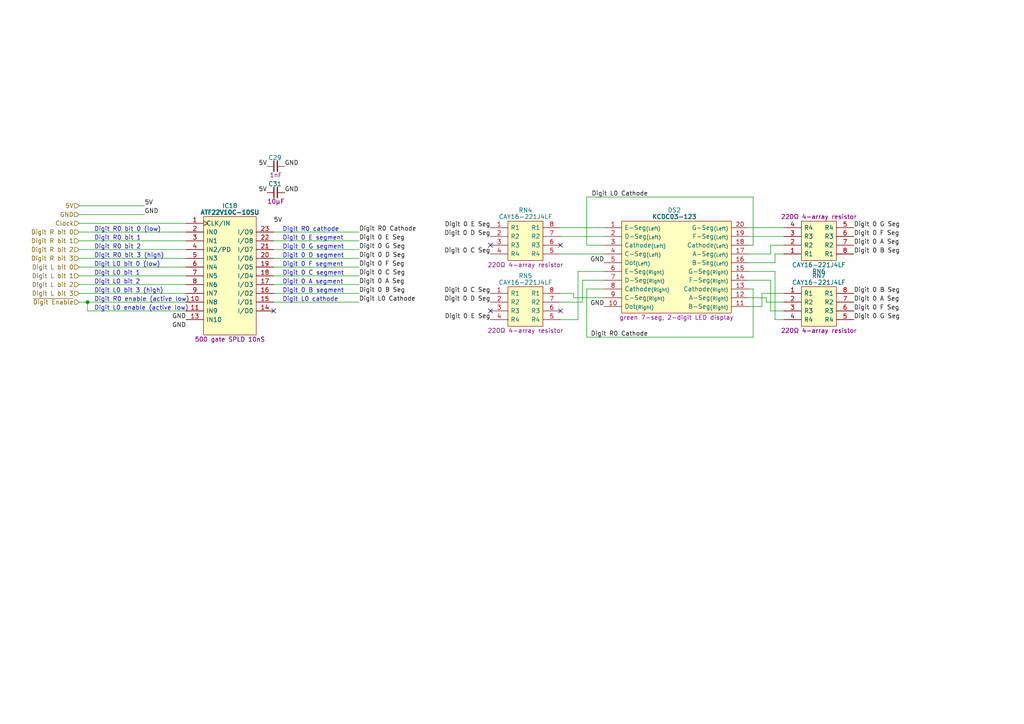
<source format=kicad_sch>
(kicad_sch (version 20230121) (generator eeschema)
  (paper "A4")
  (lib_symbols
    (symbol "Bourns:CAY16-221J4LF" (pin_names (offset 0.762))
      (property "Reference" "RN" (at 10.16 5.08 0))
      (property "Value" "CAY16-221J4LF" (at 10.16 3.175 0))
      (property "Description" "220Ω 4-array resistor" (at 10.16 -10.795 0))
      (symbol "CAY16-221J4LF_0_0"
        (pin passive line (at 0 0 0) (length 5.08) (name "R1") (number "1"))
        (pin passive line (at 0 -2.54 0) (length 5.08) (name "R2") (number "2"))
        (pin passive line (at 0 -5.08 0) (length 5.08) (name "R3") (number "3"))
        (pin passive line (at 0 -7.62 0) (length 5.08) (name "R4") (number "4"))
        (pin passive line (at 20.32 -7.62 180) (length 5.08) (name "R4") (number "5"))
        (pin passive line (at 20.32 -5.08 180) (length 5.08) (name "R3") (number "6"))
        (pin passive line (at 20.32 -2.54 180) (length 5.08) (name "R2") (number "7"))
        (pin passive line (at 20.32 0 180) (length 5.08) (name "R1") (number "8"))
      )
      (symbol "CAY16-221J4LF_0_1"
        (polyline (pts (xy 5.08 1.905) (xy 15.24 1.905) (xy 15.24 -9.525) (xy 5.08 -9.525) (xy 5.08 1.905)) (stroke (width 0.1524)) (fill (type background)))
      )
    )
    (symbol "HCP65:C_0805" (pin_numbers hide) (pin_names (offset 0.254) hide)
      (property "Reference" "C" (at 2.286 2.54 0))
      (property "Description" "?μF" (at 2.54 -2.54 0))
      (symbol "C_0805_0_1"
        (polyline (pts (xy 1.9685 -1.4605) (xy 1.9685 1.5875)) (stroke (width 0.3048)))
        (polyline (pts (xy 2.9845 -1.4605) (xy 2.9845 1.5875)) (stroke (width 0.3302)))
      )
      (symbol "C_0805_1_1"
        (pin passive line (at 0 0 0) (length 2.032) (name "~") (number "1"))
        (pin passive line (at 5.08 0 180) (length 2.032) (name "~") (number "2"))
      )
    )
    (symbol "Kingbright:KCDC03-123" (pin_names (offset 0.762))
      (property "Reference" "DS" (at 20.32 5.08 0))
      (property "Value" "KCDC03-123" (at 20.32 3.175 0))
      (property "Description" "green 7-seg, 2-digit LED display" (at 20.955 -26.035 0))
      (symbol "KCDC03-123_0_0"
        (pin input line (at 0 0 0) (length 5.08) (name "E-Seg_{(Left)}") (number "1"))
        (pin input line (at 0 -22.86 0) (length 5.08) (name "Dot_{(Right)}") (number "10"))
        (pin input line (at 41.91 -22.86 180) (length 5.08) (name "B-Seg_{(Right)}") (number "11"))
        (pin input line (at 41.91 -20.32 180) (length 5.08) (name "A-Seg_{(Right)}") (number "12"))
        (pin passive line (at 41.91 -17.78 180) (length 5.08) (name "Cathode_{(Right)}") (number "13"))
        (pin input line (at 41.91 -15.24 180) (length 5.08) (name "F-Seg_{(Right)}") (number "14"))
        (pin input line (at 41.91 -12.7 180) (length 5.08) (name "G-Seg_{(Right)}") (number "15"))
        (pin input line (at 41.91 -10.16 180) (length 5.08) (name "B-Seg_{(Left)}") (number "16"))
        (pin input line (at 41.91 -7.62 180) (length 5.08) (name "A-Seg_{(Left)}") (number "17"))
        (pin passive line (at 41.91 -5.08 180) (length 5.08) (name "Cathode_{(Left)}") (number "18"))
        (pin input line (at 41.91 -2.54 180) (length 5.08) (name "F-Seg_{(Left)}") (number "19"))
        (pin input line (at 0 -2.54 0) (length 5.08) (name "D-Seg_{(Left)}") (number "2"))
        (pin input line (at 41.91 0 180) (length 5.08) (name "G-Seg_{(Left)}") (number "20"))
        (pin passive line (at 0 -5.08 0) (length 5.08) (name "Cathode_{(Left)}") (number "3"))
        (pin input line (at 0 -7.62 0) (length 5.08) (name "C-Seg_{(Left)}") (number "4"))
        (pin input line (at 0 -10.16 0) (length 5.08) (name "Dot_{(Left)}") (number "5"))
        (pin input line (at 0 -12.7 0) (length 5.08) (name "E-Seg_{(Right)}") (number "6"))
        (pin input line (at 0 -15.24 0) (length 5.08) (name "D-Seg_{(Right)}") (number "7"))
        (pin passive line (at 0 -17.78 0) (length 5.08) (name "Cathode_{(Right)}") (number "8"))
        (pin input line (at 0 -20.32 0) (length 5.08) (name "C-Seg_{(Right)}") (number "9"))
      )
      (symbol "KCDC03-123_0_1"
        (polyline (pts (xy 5.08 1.905) (xy 36.83 1.905) (xy 36.83 -24.765) (xy 5.08 -24.765) (xy 5.08 1.905)) (stroke (width 0.1524)) (fill (type background)))
      )
    )
    (symbol "Microchip:ATF22V10C-10SU" (pin_names (offset 0.762))
      (property "Reference" "IC" (at 12.7 5.08 0))
      (property "Value" "ATF22V10C-10SU" (at 12.7 3.175 0))
      (property "Description" "500 gate SPLD 10nS" (at 12.7 -33.655 0))
      (symbol "ATF22V10C-10SU_0_0"
        (pin input clock (at 0 0 0) (length 5.08) (name "CLK/IN") (number "1"))
        (pin input line (at 0 -22.86 0) (length 5.08) (name "IN8") (number "10"))
        (pin input line (at 0 -25.4 0) (length 5.08) (name "IN9") (number "11"))
        (pin passive line (at 0 -30.48 0) (length 5.08) hide (name "GND") (number "12"))
        (pin input line (at 0 -27.94 0) (length 5.08) (name "IN10") (number "13"))
        (pin bidirectional line (at 25.4 -25.4 180) (length 5.08) (name "I/O0") (number "14"))
        (pin bidirectional line (at 25.4 -22.86 180) (length 5.08) (name "I/O1") (number "15"))
        (pin bidirectional line (at 25.4 -20.32 180) (length 5.08) (name "I/O2") (number "16"))
        (pin bidirectional line (at 25.4 -17.78 180) (length 5.08) (name "I/O3") (number "17"))
        (pin bidirectional line (at 25.4 -15.24 180) (length 5.08) (name "I/O4") (number "18"))
        (pin bidirectional line (at 25.4 -12.7 180) (length 5.08) (name "I/O5") (number "19"))
        (pin input line (at 0 -2.54 0) (length 5.08) (name "IN0") (number "2"))
        (pin bidirectional line (at 25.4 -10.16 180) (length 5.08) (name "I/O6") (number "20"))
        (pin bidirectional line (at 25.4 -7.62 180) (length 5.08) (name "I/O7") (number "21"))
        (pin bidirectional line (at 25.4 -5.08 180) (length 5.08) (name "I/O8") (number "22"))
        (pin bidirectional line (at 25.4 -2.54 180) (length 5.08) (name "I/O9") (number "23"))
        (pin passive line (at 25.4 0 180) (length 5.08) hide (name "5V") (number "24"))
        (pin input line (at 0 -5.08 0) (length 5.08) (name "IN1") (number "3"))
        (pin input line (at 0 -7.62 0) (length 5.08) (name "IN2/PD") (number "4"))
        (pin input line (at 0 -10.16 0) (length 5.08) (name "IN3") (number "5"))
        (pin input line (at 0 -12.7 0) (length 5.08) (name "IN4") (number "6"))
        (pin input line (at 0 -15.24 0) (length 5.08) (name "IN5") (number "7"))
        (pin input line (at 0 -17.78 0) (length 5.08) (name "IN6") (number "8"))
        (pin input line (at 0 -20.32 0) (length 5.08) (name "IN7") (number "9"))
      )
      (symbol "ATF22V10C-10SU_0_1"
        (polyline (pts (xy 5.08 1.905) (xy 20.32 1.905) (xy 20.32 -32.385) (xy 5.08 -32.385) (xy 5.08 1.905)) (stroke (width 0.1524)) (fill (type background)))
      )
    )
  )
  (junction (at 25.4 87.63))
  (no_connect (at 79.375 90.17))
  (no_connect (at 162.56 71.12))
  (no_connect (at 142.24 90.17))
  (no_connect (at 142.24 71.12))
  (no_connect (at 162.56 90.17))
  (wire (pts (xy 224.79 76.2) (xy 224.79 73.66)))
  (wire (pts (xy 223.52 90.17) (xy 227.33 90.17)))
  (wire (pts (xy 162.56 73.66) (xy 175.26 73.66)))
  (wire (pts (xy 217.17 86.36) (xy 222.25 86.36)))
  (wire (pts (xy 170.18 57.15) (xy 170.18 71.12)))
  (wire (pts (xy 168.91 87.63) (xy 162.56 87.63)))
  (wire (pts (xy 217.17 81.28) (xy 223.52 81.28)))
  (wire (pts (xy 25.4 87.63) (xy 53.975 87.63)))
  (wire (pts (xy 22.86 62.23) (xy 41.91 62.23)))
  (wire (pts (xy 168.91 81.28) (xy 168.91 87.63)))
  (wire (pts (xy 166.37 85.09) (xy 162.56 85.09)))
  (wire (pts (xy 22.86 72.39) (xy 53.975 72.39)))
  (wire (pts (xy 104.14 87.63) (xy 79.375 87.63)))
  (wire (pts (xy 217.17 83.82) (xy 218.44 83.82)))
  (wire (pts (xy 224.79 73.66) (xy 227.33 73.66)))
  (wire (pts (xy 22.86 59.69) (xy 41.91 59.69)))
  (wire (pts (xy 217.17 68.58) (xy 227.33 68.58)))
  (wire (pts (xy 222.25 86.36) (xy 222.25 87.63)))
  (wire (pts (xy 224.79 78.74) (xy 224.79 92.71)))
  (wire (pts (xy 217.17 88.9) (xy 220.98 88.9)))
  (wire (pts (xy 104.14 80.01) (xy 79.375 80.01)))
  (wire (pts (xy 217.17 73.66) (xy 223.52 73.66)))
  (wire (pts (xy 220.98 85.09) (xy 220.98 88.9)))
  (wire (pts (xy 166.37 86.36) (xy 175.26 86.36)))
  (wire (pts (xy 22.86 64.77) (xy 53.975 64.77)))
  (wire (pts (xy 170.18 83.82) (xy 175.26 83.82)))
  (wire (pts (xy 104.14 72.39) (xy 79.375 72.39)))
  (wire (pts (xy 217.17 78.74) (xy 224.79 78.74)))
  (wire (pts (xy 22.86 87.63) (xy 25.4 87.63)))
  (wire (pts (xy 170.18 97.79) (xy 218.44 97.79)))
  (wire (pts (xy 167.64 78.74) (xy 167.64 92.71)))
  (wire (pts (xy 223.52 81.28) (xy 223.52 90.17)))
  (wire (pts (xy 25.4 90.17) (xy 53.975 90.17)))
  (wire (pts (xy 104.14 77.47) (xy 79.375 77.47)))
  (wire (pts (xy 170.18 83.82) (xy 170.18 97.79)))
  (wire (pts (xy 224.79 92.71) (xy 227.33 92.71)))
  (wire (pts (xy 218.44 71.12) (xy 218.44 57.15)))
  (wire (pts (xy 22.86 67.31) (xy 53.975 67.31)))
  (wire (pts (xy 162.56 66.04) (xy 175.26 66.04)))
  (wire (pts (xy 227.33 85.09) (xy 220.98 85.09)))
  (wire (pts (xy 22.86 82.55) (xy 53.975 82.55)))
  (wire (pts (xy 223.52 71.12) (xy 227.33 71.12)))
  (wire (pts (xy 170.18 71.12) (xy 175.26 71.12)))
  (wire (pts (xy 217.17 66.04) (xy 227.33 66.04)))
  (wire (pts (xy 162.56 68.58) (xy 175.26 68.58)))
  (wire (pts (xy 22.86 74.93) (xy 53.975 74.93)))
  (wire (pts (xy 166.37 86.36) (xy 166.37 85.09)))
  (wire (pts (xy 175.26 81.28) (xy 168.91 81.28)))
  (wire (pts (xy 217.17 71.12) (xy 218.44 71.12)))
  (wire (pts (xy 222.25 87.63) (xy 227.33 87.63)))
  (wire (pts (xy 22.86 69.85) (xy 53.975 69.85)))
  (wire (pts (xy 104.14 69.85) (xy 79.375 69.85)))
  (wire (pts (xy 170.18 57.15) (xy 218.44 57.15)))
  (wire (pts (xy 22.86 85.09) (xy 53.975 85.09)))
  (wire (pts (xy 104.14 85.09) (xy 79.375 85.09)))
  (wire (pts (xy 175.26 78.74) (xy 167.64 78.74)))
  (wire (pts (xy 104.14 74.93) (xy 79.375 74.93)))
  (wire (pts (xy 22.86 80.01) (xy 53.975 80.01)))
  (wire (pts (xy 22.86 77.47) (xy 53.975 77.47)))
  (wire (pts (xy 25.4 87.63) (xy 25.4 90.17)))
  (wire (pts (xy 218.44 97.79) (xy 218.44 83.82)))
  (wire (pts (xy 217.17 76.2) (xy 224.79 76.2)))
  (wire (pts (xy 167.64 92.71) (xy 162.56 92.71)))
  (wire (pts (xy 104.14 67.31) (xy 79.375 67.31)))
  (wire (pts (xy 104.14 82.55) (xy 79.375 82.55)))
  (wire (pts (xy 223.52 73.66) (xy 223.52 71.12)))
  (text "Digit L0 enable (active low)" (at 27.305 90.17 0) (effects (font (size 1.27 1.27)) (justify left bottom)))
  (text "Digit R0 bit 3 (high)" (at 27.305 74.93 0) (effects (font (size 1.27 1.27)) (justify left bottom)))
  (text "Digit 0 B segment" (at 81.915 85.09 0) (effects (font (size 1.27 1.27)) (justify left bottom)))
  (text "Digit 0 F segment" (at 81.915 77.47 0) (effects (font (size 1.27 1.27)) (justify left bottom)))
  (text "Digit R0 enable (active low)" (at 27.305 87.63 0) (effects (font (size 1.27 1.27)) (justify left bottom)))
  (text "Digit 0 C segment" (at 81.915 80.01 0) (effects (font (size 1.27 1.27)) (justify left bottom)))
  (text "Digit L0 cathode" (at 81.915 87.63 0) (effects (font (size 1.27 1.27)) (justify left bottom)))
  (text "Digit 0 E segment" (at 81.915 69.85 0) (effects (font (size 1.27 1.27)) (justify left bottom)))
  (text "Digit L0 bit 0 (low)" (at 27.305 77.47 0) (effects (font (size 1.27 1.27)) (justify left bottom)))
  (text "Digit L0 bit 2" (at 27.305 82.55 0) (effects (font (size 1.27 1.27)) (justify left bottom)))
  (text "Digit R0 cathode" (at 81.915 67.31 0) (effects (font (size 1.27 1.27)) (justify left bottom)))
  (text "Digit 0 A segment" (at 81.915 82.55 0) (effects (font (size 1.27 1.27)) (justify left bottom)))
  (text "Digit R0 bit 0 (low)" (at 27.305 67.31 0) (effects (font (size 1.27 1.27)) (justify left bottom)))
  (text "Digit 0 D segment" (at 81.915 74.93 0) (effects (font (size 1.27 1.27)) (justify left bottom)))
  (text "Digit R0 bit 1" (at 27.305 69.85 0) (effects (font (size 1.27 1.27)) (justify left bottom)))
  (text "Digit 0 G segment" (at 81.915 72.39 0) (effects (font (size 1.27 1.27)) (justify left bottom)))
  (text "Digit R0 bit 2\n" (at 27.305 72.39 0) (effects (font (size 1.27 1.27)) (justify left bottom)))
  (text "Digit L0 bit 3 (high)" (at 27.305 85.09 0) (effects (font (size 1.27 1.27)) (justify left bottom)))
  (text "Digit L0 bit 1" (at 27.305 80.01 0) (effects (font (size 1.27 1.27)) (justify left bottom)))
  (label "Digit R0 Cathode" (at 104.14 67.31 0))
  (label "Digit 0 E Seg" (at 142.24 92.71 180))
  (label "Digit 0 B Seg" (at 247.65 85.09 0))
  (label "Digit 0 C Seg" (at 104.14 80.01 0))
  (label "Digit 0 E Seg" (at 104.14 69.85 0))
  (label "Digit 0 D Seg" (at 142.24 87.63 180))
  (label "5V" (at 79.375 64.77 0))
  (label "Digit 0 D Seg" (at 142.24 68.58 180))
  (label "5V" (at 41.91 59.69 0))
  (label "5V" (at 77.47 48.26 180))
  (label "Digit 0 A Seg" (at 247.65 87.63 0))
  (label "GND" (at 82.55 55.88 0))
  (label "Digit 0 G Seg" (at 104.14 72.39 0))
  (label "Digit 0 A Seg" (at 104.14 82.55 0))
  (label "Digit L0 Cathode" (at 187.96 57.15 180))
  (label "Digit 0 D Seg" (at 104.14 74.93 0))
  (label "Digit 0 A Seg" (at 247.65 71.12 0))
  (label "Digit 0 G Seg" (at 247.65 92.71 0))
  (label "GND" (at 175.26 88.9 180))
  (label "Digit 0 F Seg" (at 104.14 77.47 0))
  (label "Digit 0 F Seg" (at 247.65 90.17 0))
  (label "GND" (at 175.26 76.2 180))
  (label "Digit 0 B Seg" (at 104.14 85.09 0))
  (label "GND" (at 82.55 48.26 0))
  (label "Digit 0 C Seg" (at 142.24 73.66 180))
  (label "Digit 0 G Seg" (at 247.65 66.04 0))
  (label "GND" (at 53.975 92.71 180))
  (label "GND" (at 53.975 95.25 180))
  (label "Digit 0 C Seg" (at 142.24 85.09 180))
  (label "Digit 0 F Seg" (at 247.65 68.58 0))
  (label "Digit 0 E Seg" (at 142.24 66.04 180))
  (label "5V" (at 77.47 55.88 180))
  (label "Digit R0 Cathode" (at 187.96 97.79 180))
  (label "GND" (at 41.91 62.23 0))
  (label "Digit L0 Cathode" (at 104.14 87.63 0))
  (label "Digit 0 B Seg" (at 247.65 73.66 0))
  (hierarchical_label "~{Digit Enable}" (shape input) (at 22.86 87.63 180))
  (hierarchical_label "Clock" (shape input) (at 22.86 64.77 180))
  (hierarchical_label "Digit R bit 3" (shape input) (at 22.86 74.93 180))
  (hierarchical_label "Digit R bit 0" (shape input) (at 22.86 67.31 180))
  (hierarchical_label "Digit L bit 3" (shape input) (at 22.86 85.09 180))
  (hierarchical_label "5V" (shape input) (at 22.86 59.69 180))
  (hierarchical_label "Digit L bit 2" (shape input) (at 22.86 82.55 180))
  (hierarchical_label "GND" (shape input) (at 22.86 62.23 180))
  (hierarchical_label "Digit R bit 2" (shape input) (at 22.86 72.39 180))
  (hierarchical_label "Digit L bit 1" (shape input) (at 22.86 80.01 180))
  (hierarchical_label "Digit R bit 1" (shape input) (at 22.86 69.85 180))
  (hierarchical_label "Digit L bit 0" (shape input) (at 22.86 77.47 180))
  (symbol (lib_id "Bourns:CAY16-221J4LF") (at 142.24 66.04 0) (unit 1)
    (property "Reference" "RN4" (at 152.4 60.96 0))
    (property "Value" "CAY16-221J4LF" (at 152.4 62.865 0))
    (property "Footprint" "CAY1647R0F4LF" (effects hide))
    (property "Datasheet" "https://www.bourns.com/docs/Product-Datasheets/CATCAY.pdf" (effects hide))
    (property "Description" "220Ω 4-array resistor" (at 152.4 76.835 0))
    (property "Height" "0.6" (effects hide))
    (property "Manufacturer_Name" "Bourns" (effects hide))
    (property "Manufacturer_Part_Number" "CAY16-221J4LF" (effects hide))
    (property "Mouser Part Number" "652-CAY16-221J4LF" (effects hide))
    (property "Mouser Price/Stock" "https://www.mouser.co.uk/ProductDetail/Bourns/CAY16-221J4LF?qs=BKfsZh40Pd9sAo64tUrb9Q%3D%3D" (effects hide))
    (property "Arrow Part Number" "CAY16-221J4LF" (effects hide))
    (property "Arrow Price/Stock" "https://www.arrow.com/en/products/cay16-221j4lf/bourns?region=nac" (effects hide))
    (property "Silkscreen" "220Ω" (effects hide))
    (instances (project "Pico Debugger" (path "" (reference "RN4") (unit 1)) (path "" (reference "RN16") (unit 1)) (path "" (reference "RN8") (unit 1)) (path "" (reference "RN12") (unit 1))))
  )
  (symbol (lib_id "Bourns:CAY16-221J4LF") (at 227.33 85.09 0) (unit 1)
    (property "Reference" "RN7" (at 237.49 80.01 0))
    (property "Value" "CAY16-221J4LF" (at 237.49 81.915 0))
    (property "Footprint" "CAY1647R0F4LF" (effects hide))
    (property "Datasheet" "https://www.bourns.com/docs/Product-Datasheets/CATCAY.pdf" (effects hide))
    (property "Description" "220Ω 4-array resistor" (at 237.49 95.885 0))
    (property "Height" "0.6" (effects hide))
    (property "Manufacturer_Name" "Bourns" (effects hide))
    (property "Manufacturer_Part_Number" "CAY16-221J4LF" (effects hide))
    (property "Mouser Part Number" "652-CAY16-221J4LF" (effects hide))
    (property "Mouser Price/Stock" "https://www.mouser.co.uk/ProductDetail/Bourns/CAY16-221J4LF?qs=BKfsZh40Pd9sAo64tUrb9Q%3D%3D" (effects hide))
    (property "Arrow Part Number" "CAY16-221J4LF" (effects hide))
    (property "Arrow Price/Stock" "https://www.arrow.com/en/products/cay16-221j4lf/bourns?region=nac" (effects hide))
    (property "Silkscreen" "220Ω" (effects hide))
    (instances (project "Pico Debugger" (path "" (reference "RN7") (unit 1)) (path "" (reference "RN19") (unit 1)) (path "" (reference "RN11") (unit 1)) (path "" (reference "RN15") (unit 1))))
  )
  (symbol (lib_id "HCP65:C_0805") (at 77.47 55.88 0) (unit 1)
    (property "Reference" "C31" (at 79.756 53.34 0))
    (property "Value" "C_0805" (effects hide))
    (property "Footprint" "SamacSys_Parts:C_0805" (effects hide))
    (property "Description" "10μF" (at 80.01 58.42 0))
    (instances (project "Pico Debugger" (path "" (reference "C31") (unit 1)) (path "" (reference "C37") (unit 1)) (path "" (reference "C33") (unit 1)) (path "" (reference "C35") (unit 1))))
  )
  (symbol (lib_id "Bourns:CAY16-221J4LF") (at 142.24 85.09 0) (unit 1)
    (property "Reference" "RN5" (at 152.4 80.01 0))
    (property "Value" "CAY16-221J4LF" (at 152.4 81.915 0))
    (property "Footprint" "CAY1647R0F4LF" (effects hide))
    (property "Datasheet" "https://www.bourns.com/docs/Product-Datasheets/CATCAY.pdf" (effects hide))
    (property "Description" "220Ω 4-array resistor" (at 152.4 95.885 0))
    (property "Height" "0.6" (effects hide))
    (property "Manufacturer_Name" "Bourns" (effects hide))
    (property "Manufacturer_Part_Number" "CAY16-221J4LF" (effects hide))
    (property "Mouser Part Number" "652-CAY16-221J4LF" (effects hide))
    (property "Mouser Price/Stock" "https://www.mouser.co.uk/ProductDetail/Bourns/CAY16-221J4LF?qs=BKfsZh40Pd9sAo64tUrb9Q%3D%3D" (effects hide))
    (property "Arrow Part Number" "CAY16-221J4LF" (effects hide))
    (property "Arrow Price/Stock" "https://www.arrow.com/en/products/cay16-221j4lf/bourns?region=nac" (effects hide))
    (property "Silkscreen" "220Ω" (effects hide))
    (instances (project "Pico Debugger" (path "" (reference "RN5") (unit 1)) (path "" (reference "RN17") (unit 1)) (path "" (reference "RN9") (unit 1)) (path "" (reference "RN13") (unit 1))))
  )
  (symbol (lib_id "Bourns:CAY16-221J4LF") (at 227.33 73.66 0) (mirror x) (unit 1)
    (property "Reference" "RN6" (at 237.49 78.74 0))
    (property "Value" "CAY16-221J4LF" (at 237.49 76.835 0))
    (property "Footprint" "CAY1647R0F4LF" (effects hide))
    (property "Datasheet" "https://www.bourns.com/docs/Product-Datasheets/CATCAY.pdf" (effects hide))
    (property "Description" "220Ω 4-array resistor" (at 237.49 62.865 0))
    (property "Height" "0.6" (effects hide))
    (property "Manufacturer_Name" "Bourns" (effects hide))
    (property "Manufacturer_Part_Number" "CAY16-221J4LF" (effects hide))
    (property "Mouser Part Number" "652-CAY16-221J4LF" (effects hide))
    (property "Mouser Price/Stock" "https://www.mouser.co.uk/ProductDetail/Bourns/CAY16-221J4LF?qs=BKfsZh40Pd9sAo64tUrb9Q%3D%3D" (effects hide))
    (property "Arrow Part Number" "CAY16-221J4LF" (effects hide))
    (property "Arrow Price/Stock" "https://www.arrow.com/en/products/cay16-221j4lf/bourns?region=nac" (effects hide))
    (property "Silkscreen" "220Ω" (effects hide))
    (instances (project "Pico Debugger" (path "" (reference "RN6") (unit 1)) (path "" (reference "RN18") (unit 1)) (path "" (reference "RN10") (unit 1)) (path "" (reference "RN14") (unit 1))))
  )
  (symbol (lib_id "Kingbright:KCDC03-123") (at 175.26 66.04 0) (unit 1)
    (property "Reference" "DS2" (at 195.58 60.96 0))
    (property "Value" "KCDC03-123" (at 195.58 62.865 0) (effects (font bold)))
    (property "Footprint" "KCDC03123" (effects hide))
    (property "Datasheet" "http://www.kingbright.com/attachments/file/psearch/000/00/20160808bak/KCDC03-123(Ver.10A).pdf" (effects hide))
    (property "Description" "green 7-seg, 2-digit LED display" (at 196.215 92.075 0))
    (property "Height" "4.1" (effects hide))
    (property "Manufacturer_Name" "Kingbright" (effects hide))
    (property "Manufacturer_Part_Number" "KCDC03-123" (effects hide))
    (property "Mouser Part Number" "N/A" (effects hide))
    (property "Mouser Price/Stock" "http://www.mouser.com/Search/ProductDetail.aspx?qs=2JU0tDl2GZ3i3Ngnh7RV3w%3d%3d" (effects hide))
    (instances (project "Pico Debugger" (path "" (reference "DS2") (unit 1)) (path "" (reference "DS5") (unit 1)) (path "" (reference "DS3") (unit 1)) (path "" (reference "DS4") (unit 1))))
  )
  (symbol (lib_id "HCP65:C_0805") (at 77.47 48.26 0) (unit 1)
    (property "Reference" "C29" (at 79.756 45.72 0))
    (property "Value" "C_0805" (effects hide))
    (property "Footprint" "SamacSys_Parts:C_0805" (effects hide))
    (property "Description" "1nF" (at 80.01 50.8 0))
    (instances (project "Pico Debugger" (path "" (reference "C29") (unit 1)) (path "" (reference "C36") (unit 1)) (path "" (reference "C32") (unit 1)) (path "" (reference "C34") (unit 1))))
  )
  (symbol (lib_id "Microchip:ATF22V10C-10SU") (at 53.975 64.77 0) (unit 1)
    (property "Reference" "IC18" (at 66.675 59.69 0))
    (property "Value" "ATF22V10C-10SU" (at 66.675 61.595 0) (effects (font bold)))
    (property "Footprint" "SOIC127P1032X265-24N" (effects hide))
    (property "Datasheet" "https://ww1.microchip.com/downloads/en/DeviceDoc/doc0735.pdf" (effects hide))
    (property "Description" "500 gate SPLD 10nS" (at 66.675 98.425 0))
    (property "Height" "2.65" (effects hide))
    (property "Manufacturer_Name" "Microchip" (effects hide))
    (property "Manufacturer_Part_Number" "ATF22V10C-10SU" (effects hide))
    (property "Mouser Part Number" "556-ATF22V10C-10SU" (effects hide))
    (property "Mouser Price/Stock" "https://www.mouser.co.uk/ProductDetail/Microchip-Technology/ATF22V10C-10SU?qs=5h0i3Kr%252BAn1OOXkPIe2X2A%3D%3D" (effects hide))
    (property "Arrow Part Number" "ATF22V10C-10SU" (effects hide))
    (property "Arrow Price/Stock" "https://www.arrow.com/en/products/atf22v10c-10su/microchip-technology?region=nac" (effects hide))
    (instances (project "Pico Debugger" (path "" (reference "IC18") (unit 1)) (path "" (reference "IC21") (unit 1)) (path "" (reference "IC19") (unit 1)) (path "" (reference "IC20") (unit 1))))
  )
)
</source>
